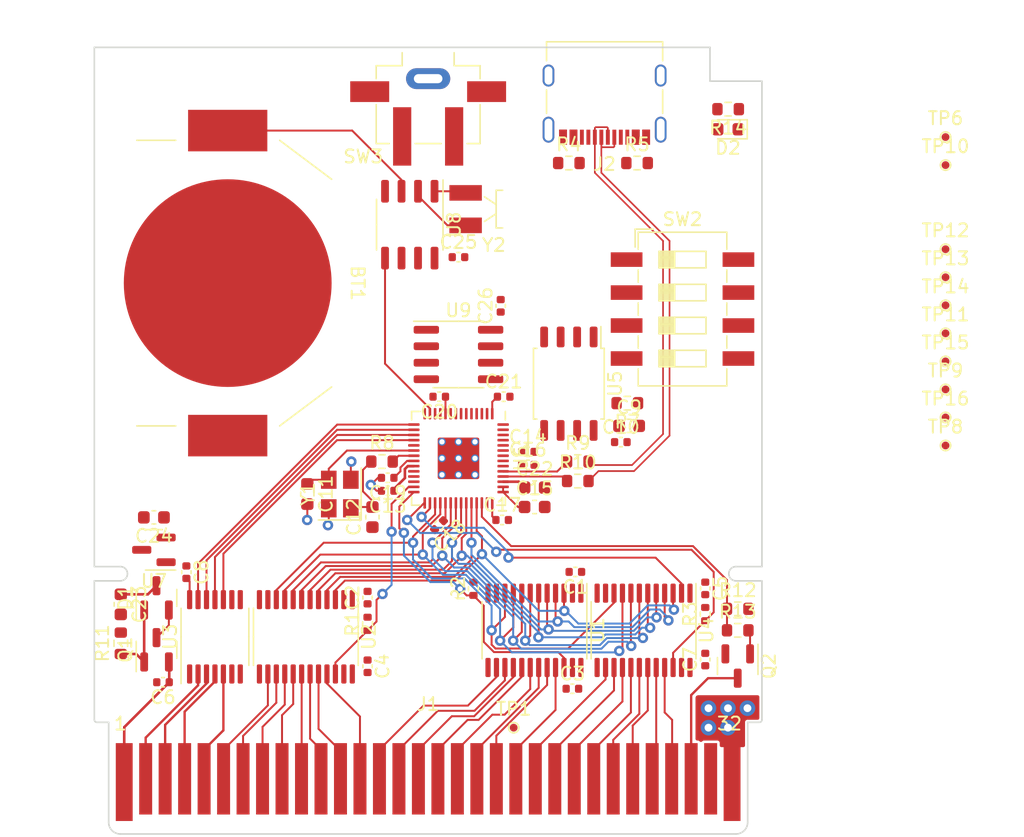
<source format=kicad_pcb>
(kicad_pcb (version 20210824) (generator pcbnew)
  (title_block (date "2021-09-29") (rev "0.3"))
  (layers (0 "F.Cu" signal) (31 "B.Cu" mixed) (34 "B.Paste" user) (35 "F.Paste" user) (36 "B.SilkS" user "B.Silkscreen") (37 "F.SilkS" user "F.Silkscreen") (38 "B.Mask" user) (39 "F.Mask" user) (44 "Edge.Cuts" user))
  (net 0 "")
  (net 1 "Net-(D1-Pad2)")
  (net 2 "GND")
  (net 3 "GB_5V")
  (net 4 "+5V")
  (net 5 "+1V1")
  (net 6 "VBUS")
  (net 7 "V_{BAT}")
  (net 8 "PHI")
  (net 9 "~{WR}")
  (net 10 "~{RD}")
  (net 11 "~{CS}")
  (net 12 "/A0")
  (net 13 "/A1")
  (net 14 "/A2")
  (net 15 "/A3")
  (net 16 "/A4")
  (net 17 "/A5")
  (net 18 "/A6")
  (net 19 "/A7")
  (net 20 "/A8")
  (net 21 "/A9")
  (net 22 "/A10")
  (net 23 "/A11")
  (net 24 "/A12")
  (net 25 "/A13")
  (net 26 "/A14")
  (net 27 "/A15")
  (net 28 "/D0")
  (net 29 "/D1")
  (net 30 "/D2")
  (net 31 "/D3")
  (net 32 "/D4")
  (net 33 "/D5")
  (net 34 "/D6")
  (net 35 "/D7")
  (net 36 "~{RES}")
  (net 38 "USB_DN")
  (net 39 "Net-(Q2-Pad1)")
  (net 40 "Net-(C11-Pad1)")
  (net 41 "USB_DP")
  (net 43 "Net-(J2-PadB5)")
  (net 44 "Net-(J2-PadA5)")
  (net 46 "/RP2040/USB_BOOT")
  (net 47 "Net-(C12-Pad2)")
  (net 48 "/RP2040/QSPI_SS")
  (net 49 "Net-(D2-Pad1)")
  (net 50 "ADDR1_OE")
  (net 51 "ADDR2_OE")
  (net 52 "/RP2040/SWCLK")
  (net 53 "/RP2040/SWDIO")
  (net 54 "STAT_LED")
  (net 55 "GB_RESET")
  (net 56 "~{CS}_3V3")
  (net 57 "~{RD}_3V3")
  (net 58 "~{WR}_3V3")
  (net 59 "PHI_3V3")
  (net 60 "DATA_OE")
  (net 61 "Net-(R8-Pad2)")
  (net 62 "Net-(R9-Pad1)")
  (net 63 "Net-(R10-Pad1)")
  (net 64 "3V3_M0")
  (net 65 "3V3_M1")
  (net 66 "3V3_M2")
  (net 67 "3V3_M3")
  (net 68 "3V3_M4")
  (net 69 "3V3_M5")
  (net 70 "3V3_M6")
  (net 71 "3V3_M7")
  (net 72 "SWITCH")
  (net 73 "SPI0_{CSn}")
  (net 74 "SPI0_{SCK}")
  (net 75 "SPI0_{MOSI}")
  (net 76 "SPI0_{MISO}")
  (net 77 "I2C_{SDA}")
  (net 78 "I2C_{SCLK}")
  (net 79 "/RP2040/QSPI_SD1")
  (net 80 "/RP2040/QSPI_SD3")
  (net 81 "/RP2040/QSPI_SD0")
  (net 82 "/RP2040/QSPI_SCLK")
  (net 83 "/RP2040/QSPI_SD2")
  (net 84 "DATA_DIR")
  (net 87 "Net-(U8-Pad1)")
  (net 88 "Net-(U8-Pad2)")
  (net 90 "+3V3")
  (net 91 "Net-(SW2-Pad1)")
  (net 92 "Net-(SW2-Pad2)")
  (net 93 "Net-(SW2-Pad3)")
  (footprint "Resistor_SMD:R_0402_1005Metric" (layer "F.Cu") (at 65.4 77.8 90)
    (fp_text reference "R2")
    (fp_text value "25k")
  )
  (footprint "TestPoint:TestPoint_Pad_D1.0mm" (layer "F.Cu") (at 101.75 43)
    (fp_text reference "TP6")
    (fp_text value "TestPoint")
  )
  (footprint "TestPoint:TestPoint_Pad_D1.0mm" (layer "F.Cu") (at 101.75 60.28)
    (fp_text reference "TP15")
    (fp_text value "TestPoint_Small")
  )
  (footprint "Gekkio_Connector_PCBEdge:GameBoy_Cartridge_1x32_P1.50mm_Full" (layer "F.Cu") (at 85.615 96.69)
    (fp_text reference "J1")
    (fp_text value "GameBoy_Cartridge")
    (fp_line (start -2 -60.6) (end -49.4 -60.6) (layer "Edge.Cuts") (width 0.12))
    (fp_line (start -49.4 -19.5) (end -47.4 -19.5) (layer "Edge.Cuts") (width 0.12))
    (fp_line (start -49.4 -8.8) (end -49.4 -19.5) (layer "Edge.Cuts") (width 0.12))
    (fp_line (start -49.4 -20.6) (end -49.4 -60.6) (layer "Edge.Cuts") (width 0.12))
    (fp_line (start 2 -19.5) (end 0 -19.5) (layer "Edge.Cuts") (width 0.12))
    (fp_line (start 0.9 -0.9) (end 0.9 -8.6) (layer "Edge.Cuts") (width 0.12))
    (fp_line (start 2 -20.6) (end 2 -58) (layer "Edge.Cuts") (width 0.12))
    (fp_line (start 0.9 -8.6) (end 1.8 -8.6) (layer "Edge.Cuts") (width 0.12))
    (fp_line (start 0 -20.6) (end 2 -20.6) (layer "Edge.Cuts") (width 0.12))
    (fp_line (start -2 -60.6) (end -2 -58) (layer "Edge.Cuts") (width 0.12))
    (fp_line (start 2 -8.8) (end 2 -19.5) (layer "Edge.Cuts") (width 0.12))
    (fp_line (start -48.3 -8.6) (end -49.2 -8.6) (layer "Edge.Cuts") (width 0.12))
    (fp_line (start 2 -58) (end -2 -58) (layer "Edge.Cuts") (width 0.12))
    (fp_line (start -47.4 -20.6) (end -49.4 -20.6) (layer "Edge.Cuts") (width 0.12))
    (fp_line (start -47.4 0) (end 0 0) (layer "Edge.Cuts") (width 0.12))
    (fp_line (start -48.3 -0.9) (end -48.3 -8.6) (layer "Edge.Cuts") (width 0.12))
    (fp_arc (start -49.200001 -8.8) (end -49.4 -8.8) (angle -90) (layer "Edge.Cuts") (width 0.12))
    (fp_arc (start -47.4 -20.05) (end -47.4 -20.6) (angle 180) (layer "Edge.Cuts") (width 0.12))
    (fp_arc (start 1.800001 -8.8) (end 2 -8.8) (angle 90) (layer "Edge.Cuts") (width 0.12))
    (fp_arc (start 0 -20.05) (end 0 -20.6) (angle -180) (layer "Edge.Cuts") (width 0.12))
    (fp_arc (start -47.4 -0.899998) (end -48.3 -0.9) (angle -90) (layer "Edge.Cuts") (width 0.12))
    (fp_arc (start 0.000002 -0.9) (end 0 0) (angle -90) (layer "Edge.Cuts") (width 0.12))
  )
  (footprint "Crystal:Crystal_SMD_3225-4Pin_3.2x2.5mm" (layer "F.Cu") (at 55.1125 70.5 90)
    (fp_text reference "Y1")
    (fp_text value "Crystal_GND24")
  )
  (footprint "Resistor_SMD:R_0402_1005Metric" (layer "F.Cu") (at 57.25 80.5 90)
    (fp_text reference "R1")
    (fp_text value "25k")
  )
  (footprint "Capacitor_SMD:C_0402_1005Metric" (layer "F.Cu") (at 58.8 69.25 180)
    (fp_text reference "C19")
    (fp_text value "100n")
  )
  (footprint "TestPoint:TestPoint_Pad_D1.0mm" (layer "F.Cu") (at 101.75 55.96)
    (fp_text reference "TP14")
    (fp_text value "TestPoint_Small")
  )
  (footprint "Resistor_SMD:R_0603_1608Metric" (layer "F.Cu") (at 38.25 82 90)
    (fp_text reference "R11")
    (fp_text value "100k")
  )
  (footprint "Package_SO:TSSOP-24_4.4x7.8mm_P0.65mm" (layer "F.Cu") (at 52.5 81.5 -90)
    (fp_text reference "U2")
    (fp_text value "SN74LVC8T245PW")
  )
  (footprint "Capacitor_SMD:C_0402_1005Metric" (layer "F.Cu") (at 41.5 85 180)
    (fp_text reference "C6")
    (fp_text value "100n")
  )
  (footprint "Capacitor_SMD:C_0402_1005Metric" (layer "F.Cu") (at 64.25 52.25)
    (fp_text reference "C25")
    (fp_text value "100n")
  )
  (footprint "Capacitor_SMD:C_0402_1005Metric" (layer "F.Cu") (at 57.25 78.48 90)
    (fp_text reference "C2")
    (fp_text value "100n")
  )
  (footprint "Package_SO:SO-8_3.9x4.9mm_P1.27mm" (layer "F.Cu") (at 60.5 49.75 -90)
    (fp_text reference "U8")
    (fp_text value "DS1307Z+")
  )
  (footprint "Capacitor_SMD:C_0402_1005Metric" (layer "F.Cu") (at 76.75 66.5)
    (fp_text reference "C10")
    (fp_text value "100n")
  )
  (footprint "Package_SO:SOIC-8_3.9x4.9mm_P1.27mm" (layer "F.Cu") (at 64.25 59.75)
    (fp_text reference "U9")
    (fp_text value "MB85RS256B")
  )
  (footprint "Capacitor_SMD:C_0603_1608Metric" (layer "F.Cu") (at 70.1125 71.5)
    (fp_text reference "C15")
    (fp_text value "1u")
  )
  (footprint "TestPoint:TestPoint_Pad_D1.0mm" (layer "F.Cu") (at 101.75 51.64)
    (fp_text reference "TP12")
    (fp_text value "GND")
  )
  (footprint "Resistor_SMD:R_0603_1608Metric" (layer "F.Cu") (at 78 45)
    (fp_text reference "R5")
    (fp_text value "5k1")
  )
  (footprint "Package_SO:TSSOP-24_4.4x7.8mm_P0.65mm" (layer "F.Cu") (at 70.1 81 -90)
    (fp_text reference "U1")
    (fp_text value "SN74LVC8T245PW")
  )
  (footprint "Capacitor_SMD:C_0603_1608Metric" (layer "F.Cu") (at 52.6125 70.5 -90)
    (fp_text reference "C11")
    (fp_text value "30p")
  )
  (footprint "Resistor_SMD:R_0603_1608Metric" (layer "F.Cu") (at 85.75 79.345)
    (fp_text reference "R12")
    (fp_text value "100k")
  )
  (footprint "Capacitor_SMD:C_0402_1005Metric" (layer "F.Cu") (at 58.8 70.25 180)
    (fp_text reference "C13")
    (fp_text value "100n")
  )
  (footprint "Capacitor_SMD:C_0402_1005Metric" (layer "F.Cu") (at 67.73 63)
    (fp_text reference "C21")
    (fp_text value "100n")
  )
  (footprint "Capacitor_SMD:C_0603_1608Metric" (layer "F.Cu") (at 38.25 79 -90)
    (fp_text reference "C23")
    (fp_text value "1u")
  )
  (footprint "Button_Switch_SMD:SW_DIP_SPSTx04_Slide_6.7x11.72mm_W8.61mm_P2.54mm_LowProfile" (layer "F.Cu") (at 81.5 56.25)
    (fp_text reference "SW2")
    (fp_text value "SW_DIP_x04")
  )
  (footprint "Capacitor_SMD:C_0603_1608Metric" (layer "F.Cu") (at 40.8 72.3 180)
    (fp_text reference "C24")
    (fp_text value "1u")
  )
  (footprint "Capacitor_SMD:C_0402_1005Metric" (layer "F.Cu") (at 83.25 77.77 -90)
    (fp_text reference "C5")
    (fp_text value "100n")
  )
  (footprint "Capacitor_SMD:C_0402_1005Metric" (layer "F.Cu") (at 43.3 76.52 -90)
    (fp_text reference "C8")
    (fp_text value "100n")
  )
  (footprint "Capacitor_SMD:C_0402_1005Metric" (layer "F.Cu") (at 62.75 72.9 -135)
    (fp_text reference "C18")
    (fp_text value "100n")
  )
  (footprint "TestPoint:TestPoint_Pad_D1.0mm" (layer "F.Cu") (at 101.75 62.44)
    (fp_text reference "TP9")
    (fp_text value "TestPoint")
  )
  (footprint "TestPoint:TestPoint_Pad_D1.0mm" (layer "F.Cu") (at 68.5 88.5)
    (fp_text reference "TP1")
    (fp_text value "TestPoint_Small")
  )
  (footprint "Package_TO_SOT_SMD:SOT-23" (layer "F.Cu") (at 85.75 83.75 -90)
    (fp_text reference "Q2")
    (fp_text value "N-Channel")
  )
  (footprint "TestPoint:TestPoint_Pad_D1.0mm" (layer "F.Cu") (at 101.75 45.16)
    (fp_text reference "TP10")
    (fp_text value "SWCLK")
  )
  (footprint "Resistor_SMD:R_0603_1608Metric" (layer "F.Cu") (at 77.25 63.5 180)
    (fp_text reference "R7")
    (fp_text value "1k")
  )
  (footprint "Project_Specific:Crystal_DS26_D2.0mm_L6.0mm_Horizontal_1EP_style1" (layer "F.Cu") (at 65.35 49.5 90)
    (fp_text reference "Y2")
    (fp_text value "32.768k-12.5pF")
  )
  (footprint "TestPoint:TestPoint_Pad_D1.0mm" (layer "F.Cu") (at 101.75 53.8)
    (fp_text reference "TP13")
    (fp_text value "TestPoint_Small")
  )
  (footprint "Project_Specific:MY-2032-11" (layer "F.Cu") (at 46.4825 54.25 -90)
    (fp_text reference "BT1")
    (fp_text value "Battery_Cell")
  )
  (footprint "Capacitor_SMD:C_0402_1005Metric" (layer "F.Cu") (at 73.25 76.5 180)
    (fp_text reference "C1")
    (fp_text value "100n")
  )
  (footprint "Capacitor_SMD:C_0402_1005Metric" (layer "F.Cu") (at 83.25 83.25 90)
    (fp_text reference "C7")
    (fp_text value "100n")
  )
  (footprint "Resistor_SMD:R_0603_1608Metric" (layer "F.Cu") (at 58.3625 68)
    (fp_text reference "R8")
    (fp_text value "1k")
  )
  (footprint "Capacitor_SMD:C_0402_1005Metric" (layer "F.Cu") (at 73.02 85.5)
    (fp_text reference "C3")
    (fp_text value "100n")
  )
  (footprint "Capacitor_SMD:C_0603_1608Metric" (layer "F.Cu") (at 77.3875 65.25)
    (fp_text reference "C9")
    (fp_text value "1u")
  )
  (footprint "Resistor_SMD:R_0603_1608Metric" (layer "F.Cu") (at 85.0125 40.85 180)
    (fp_text reference "R14")
    (fp_text value "330R")
  )
  (footprint "Resistor_SMD:R_0402_1005Metric" (layer "F.Cu") (at 83.25 79.75 90)
    (fp_text reference "R3")
    (fp_text value "25k")
  )
  (footprint "Package_TO_SOT_SMD:SOT-23" (layer "F.Cu") (at 41 82.5 90)
    (fp_text reference "Q1")
    (fp_text value "SI2301CDS-T1-GE3")
  )
  (footprint "RP_RP2040:RP2040-QFN-56" (layer "F.Cu") (at 64.25 67.75 -90)
    (fp_text reference "U6")
    (fp_text value "RP2040")
  )
  (footprint "Resistor_SMD:R_0603_1608Metric" (layer "F.Cu") (at 85.75 81)
    (fp_text reference "R13")
    (fp_text value "330R")
  )
  (footprint "Resistor_SMD:R_0603_1608Metric" (layer "F.Cu") (at 73.4375 68)
    (fp_text reference "R9")
    (fp_text value "27.4R")
  )
  (footprint "Resistor_SMD:R_0603_1608Metric" (layer "F.Cu") (at 72.75 45)
    (fp_text reference "R4")
    (fp_text value "5k1")
  )
  (footprint "Package_SO:TSSOP-24_4.4x7.8mm_P0.65mm" (layer "F.Cu") (at 78.5 81 -90)
    (fp_text reference "U4")
    (fp_text value "SN74LVC8T245PW")
  )
  (footprint "Project_Specific:TS-1037-A10B3-D2" (layer "F.Cu") (at 61.915 39.5)
    (fp_text reference "SW3")
    (fp_text value "SW_SPST")
  )
  (footprint "Package_SO:SOIC-8_5.23x5.23mm_P1.27mm" (layer "F.Cu") (at 72.75 62 -90)
    (fp_text reference "U5")
    (fp_text value "W25Q128JVSIQ")
  )
  (footprint "Package_TO_SOT_SMD:SOT-23" (layer "F.Cu") (at 40.8 74.8 180)
    (fp_text reference "U7")
    (fp_text value "XC6206P332MR")
  )
  (footprint "Capacitor_SMD:C_0603_1608Metric" (layer "F.Cu") (at 57.625 72.275 90)
    (fp_text reference "C12")
    (fp_text value "30p")
  )
  (footprint "Capacitor_SMD:C_0402_1005Metric" (layer "F.Cu") (at 69.5925 67.25)
    (fp_text reference "C14")
    (fp_text value "100n")
  )
  (footprint "TestPoint:TestPoint_Pad_D1.0mm" (layer "F.Cu") (at 101.75 64.6)
    (fp_text reference "TP16")
    (fp_text value "TestPoint_Small")
  )
  (footprint "TestPoint:TestPoint_Pad_D1.0mm" (layer "F.Cu") (at 101.75 66.76)
    (fp_text reference "TP8")
    (fp_text value "TestPoint")
  )
  (footprint "Connector_USB:USB_C_Receptacle_Palconn_UTC16-G" (layer "F.Cu") (at 75.5 40.5 180)
    (fp_text reference "J2")
    (fp_text value "USB_C_Receptacle_USB2.0")
  )
  (footprint "Package_TO_SOT_SMD:SOT-23" (layer "F.Cu") (at 41 78.5 90)
    (fp_text reference "D1")
    (fp_text value "D_Dual_CommonCathode_AAK_Split")
  )
  (footprint "Package_SO:TSSOP-14_4.4x5mm_P0.65mm" (layer "F.Cu") (at 45.5 81.5 90)
    (fp_text reference "U3")
    (fp_text value "TXU0104")
  )
  (footprint "Capacitor_SMD:C_0402_1005Metric" (layer "F.Cu") (at 67.5 56 90)
    (fp_text reference "C26")
    (fp_text value "100n")
  )
  (footprint "Capacitor_SMD:C_0603_1608Metric" (layer "F.Cu") (at 70.1125 70)
    (fp_text reference "C22")
    (fp_text value "1u")
  )
  (footprint "Capacitor_SMD:C_0402_1005Metric" (layer "F.Cu") (at 69.5925 68.25)
    (fp_text reference "C16")
    (fp_text value "100n")
  )
  (footprint "Resistor_SMD:R_0603_1608Metric" (layer "F.Cu") (at 73.4375 69.5)
    (fp_text reference "R10")
    (fp_text value "27.4R")
  )
  (footprint "Capacitor_SMD:C_0402_1005Metric" (layer "F.Cu") (at 67.6125 72.5)
    (fp_text reference "C17")
    (fp_text value "100n")
  )
  (footprint "TestPoint:TestPoint_Pad_D1.0mm" (layer "F.Cu") (at 101.75 58.12)
    (fp_text reference "TP11")
    (fp_text value "SWDIO")
  )
  (footprint "Capacitor_SMD:C_0402_1005Metric" (layer "F.Cu") (at 62.77 63 180)
    (fp_text reference "C20")
    (fp_text value "100n")
  )
  (footprint "Capacitor_SMD:C_0402_1005Metric" (layer "F.Cu") (at 57.25 83.77 -90)
    (fp_text reference "C4")
    (fp_text value "100n")
  )
  (footprint "LED_SMD:LED_0603_1608Metric" (layer "F.Cu") (at 85 42.4 180)
    (fp_text reference "D2")
    (fp_text value "LED")
  )
  (segment (start 41.95 80.6125) (end 41 81.5625) (width 0.15) (layer "F.Cu") (net 1))
  (segment (start 41.95 79.4375) (end 41.95 80.6125) (width 0.15) (layer "F.Cu") (net 1))
  (segment (start 54.2625 72.8375) (end 54.2 72.9) (width 0.15) (layer "F.Cu") (net 2))
  (segment (start 52.6125 71.275) (end 52.6125 72.4875) (width 0.15) (layer "F.Cu") (net 2))
  (segment (start 54.2625 71.6) (end 54.2625 72.8375) (width 0.15) (layer "F.Cu") (net 2))
  (segment (start 52.6125 72.4875) (end 52.6 72.5) (width 0.15) (layer "F.Cu") (net 2))
  (segment (start 57.95 70.25) (end 57.5 69.8) (width 0.15) (layer "F.Cu") (net 2))
  (segment (start 58.05 69.25) (end 57.5 69.8) (width 0.15) (layer "F.Cu") (net 2))
  (segment (start 55.9625 68.0375) (end 56 68) (width 0.15) (layer "F.Cu") (net 2))
  (segment (start 58.32 69.25) (end 58.05 69.25) (width 0.15) (layer "F.Cu") (net 2))
  (segment (start 55.9625 69.4) (end 55.9625 68.0375) (width 0.15) (layer "F.Cu") (net 2))
  (segment (start 58.32 70.25) (end 57.95 70.25) (width 0.15) (layer "F.Cu") (net 2))
  (via (at 83.5 88.5) (size 1.2) (drill 0.6) (layers "F.Cu" "B.Cu") (net 2))
  (via (at 52.6 72.5) (size 0.8) (drill 0.4) (layers "F.Cu" "B.Cu") (net 2))
  (via (at 54.2 72.9) (size 0.8) (drill 0.4) (layers "F.Cu" "B.Cu") (net 2))
  (via (at 56 68) (size 0.8) (drill 0.4) (layers "F.Cu" "B.Cu") (net 2))
  (via (at 86.5 87) (size 1.2) (drill 0.6) (layers "F.Cu" "B.Cu") (net 2))
  (via (at 85 87) (size 1.2) (drill 0.6) (layers "F.Cu" "B.Cu") (net 2))
  (via (at 83.5 87) (size 1.2) (drill 0.6) (layers "F.Cu" "B.Cu") (net 2))
  (via (at 57.5 69.8) (size 0.8) (drill 0.4) (layers "F.Cu" "B.Cu") (net 2))
  (via (at 85 88.5) (size 1.2) (drill 0.6) (layers "F.Cu" "B.Cu") (net 2))
  (segment (start 38.515 92.69) (end 38.515 88.465) (width 0.2) (layer "F.Cu") (net 3))
  (segment (start 41.98 83.4675) (end 41.95 83.4375) (width 0.2) (layer "F.Cu") (net 3))
  (segment (start 41.98 85) (end 41.98 83.4675) (width 0.2) (layer "F.Cu") (net 3))
  (segment (start 38.515 88.465) (end 41.98 85) (width 0.2) (layer "F.Cu") (net 3))
  (segment (start 41 77.5625) (end 40.3375 78.225) (width 0.2) (layer "F.Cu") (net 4))
  (segment (start 40.3375 78.225) (end 38.25 78.225) (width 0.2) (layer "F.Cu") (net 4))
  (segment (start 68.8875 69.55) (end 69.3375 70) (width 0.2) (layer "F.Cu") (net 5))
  (segment (start 60.12548 68.57455) (end 60.35003 68.35) (width 0.2) (layer "F.Cu") (net 5))
  (segment (start 67.6875 69.55) (end 68.8875 69.55) (width 0.2) (layer "F.Cu") (net 5))
  (segment (start 60.12548 69.269264) (end 60.12548 68.57455) (width 0.2) (layer "F.Cu") (net 5))
  (segment (start 59.28 70.25) (end 59.28 70.114744) (width 0.2) (layer "F.Cu") (net 5))
  (segment (start 60.35003 68.35) (end 60.8125 68.35) (width 0.2) (layer "F.Cu") (net 5))
  (segment (start 59.28 70.114744) (end 60.12548 69.269264) (width 0.2) (layer "F.Cu") (net 5))
  (segment (start 39.4375 82.825) (end 38.25 82.825) (width 0.2) (layer "F.Cu") (net 6))
  (segment (start 40.05 83.4375) (end 39.4375 82.825) (width 0.2) (layer "F.Cu") (net 6))
  (segment (start 40.05 79.4375) (end 40.05 83.4375) (width 0.2) (layer "F.Cu") (net 6))
  (segment (start 59.865 47.175) (end 59.865 46.300001) (width 0.15) (layer "F.Cu") (net 7))
  (segment (start 56.064999 42.5) (end 46.4825 42.5) (width 0.15) (layer "F.Cu") (net 7))
  (segment (start 59.865 46.300001) (end 56.064999 42.5) (width 0.15) (layer "F.Cu") (net 7))
  (segment (start 40.165 89.272015) (end 44.2 85.237015) (width 0.18) (layer "F.Cu") (net 8))
  (segment (start 44.2 85.237015) (end 44.2 84.3625) (width 0.18) (layer "F.Cu") (net 8))
  (segment (start 40.165 92.44) (end 40.165 89.272015) (width 0.18) (layer "F.Cu") (net 8))
  (segment (start 41.665 92.44) (end 41.665 88.284999) (width 0.18) (layer "F.Cu") (net 9))
  (segment (start 44.85 85.099999) (end 44.85 84.3625) (width 0.18) (layer "F.Cu") (net 9))
  (segment (start 41.665 88.284999) (end 44.85 85.099999) (width 0.18) (layer "F.Cu") (net 9))
  (segment (start 45.5 84.932924) (end 45.5 84.3625) (width 0.18) (layer "F.Cu") (net 10))
  (segment (start 43.165 87.267924) (end 45.5 84.932924) (width 0.18) (layer "F.Cu") (net 10))
  (segment (start 43.165 92.44) (end 43.165 87.267924) (width 0.18) (layer "F.Cu") (net 10))
  (segment (start 44.665 92.44) (end 44.665 90.19) (width 0.18) (layer "F.Cu") (net 11))
  (segment (start 46.15 88.705) (end 46.15 84.3625) (width 0.18) (layer "F.Cu") (net 11))
  (segment (start 44.665 90.19) (end 46.15 88.705) (width 0.18) (layer "F.Cu") (net 11))
  (segment (start 46.165 90.19) (end 49.575 86.78) (width 0.15) (layer "F.Cu") (net 12))
  (segment (start 49.575 86.78) (end 49.575 84.3625) (width 0.15) (layer "F.Cu") (net 12))
  (segment (start 46.165 92.44) (end 46.165 90.19) (width 0.15) (layer "F.Cu") (net 12))
  (segment (start 50.225 86.575) (end 50.225 84.3625) (width 0.15) (layer "F.Cu") (net 13))
  (segment (start 47.665 92.44) (end 47.665 89.135) (width 0.15) (layer "F.Cu") (net 13))
  (segment (start 47.665 89.135) (end 50.225 86.575) (width 0.15) (layer "F.Cu") (net 13))
  (segment (start 49.165 88.435) (end 50.875 86.725) (width 0.15) (layer "F.Cu") (net 14))
  (segment (start 49.165 92.44) (end 49.165 88.435) (width 0.15) (layer "F.Cu") (net 14))
  (segment (start 50.875 86.725) (end 50.875 84.3625) (width 0.15) (layer "F.Cu") (net 14))
  (segment (start 51.525 86.675) (end 50.665 87.535) (width 0.15) (layer "F.Cu") (net 15))
  (segment (start 51.525 84.3625) (end 51.525 86.675) (width 0.15) (layer "F.Cu") (net 15))
  (segment (start 50.665 92.44) (end 50.665 87.535) (width 0.15) (layer "F.Cu") (net 15))
  (segment (start 52.175 84.3625) (end 52.175 92.43) (width 0.15) (layer "F.Cu") (net 16))
  (segment (start 52.175 92.43) (end 52.165 92.44) (width 0.15) (layer "F.Cu") (net 16))
  (segment (start 52.825 84.3625) (end 52.825 89.35) (width 0.15) (layer "F.Cu") (net 17))
  (segment (start 53.665 90.19) (end 53.665 92.44) (width 0.15) (layer "F.Cu") (net 17))
  (segment (start 52.825 89.35) (end 53.665 90.19) (width 0.15) (layer "F.Cu") (net 17))
  (segment (start 53.475 84.3625) (end 53.475 88.590978) (width 0.15) (layer "F.Cu") (net 18))
  (segment (start 55.165 90.280978) (end 55.165 92.44) (width 0.15) (layer "F.Cu") (net 18))
  (segment (start 53.475 88.590978) (end 55.165 90.280978) (width 0.15) (layer "F.Cu") (net 18))
  (segment (start 54.125 84.3625) (end 54.125 85.099999) (width 0.15) (layer "F.Cu") (net 19))
  (segment (start 54.125 85.099999) (end 56.665 87.639999) (width 0.15) (layer "F.Cu") (net 19))
  (segment (start 56.665 87.639999) (end 56.665 92.44) (width 0.15) (layer "F.Cu") (net 19))
  (segment (start 58.165 90.19) (end 58.165 92.44) (width 0.15) (layer "F.Cu") (net 20))
  (segment (start 61.555 86.8) (end 58.165 90.19) (width 0.15) (layer "F.Cu") (net 20))
  (segment (start 67.175 84.599999) (end 64.974999 86.8) (width 0.15) (layer "F.Cu") (net 20))
  (segment (start 64.974999 86.8) (end 61.555 86.8) (width 0.15) (layer "F.Cu") (net 20))
  (segment (start 67.175 83.8625) (end 67.175 84.599999) (width 0.15) (layer "F.Cu") (net 20))
  (segment (start 67.825 84.854711) (end 67.825 83.8625) (width 0.15) (layer "F.Cu") (net 21))
  (segment (start 59.665 90.19) (end 62.655 87.2) (width 0.15) (layer "F.Cu") (net 21))
  (segment (start 62.655 87.2) (end 65.479711 87.2) (width 0.15) (layer "F.Cu") (net 21))
  (segment (start 65.479711 87.2) (end 67.825 84.854711) (width 0.15) (layer "F.Cu") (net 21))
  (segment (start 59.665 92.44) (end 59.665 90.19) (width 0.15) (layer "F.Cu") (net 21))
  (segment (start 68.475 84.599999) (end 65.45451 87.620489) (width 0.15) (layer "F.Cu") (net 22))
  (segment (start 65.45451 87.620489) (end 63.734511 87.620489) (width 0.15) (layer "F.Cu") (net 22))
  (segment (start 61.165 90.19) (end 61.165 92.44) (width 0.15) (layer "F.Cu") (net 22))
  (segment (start 68.475 83.8625) (end 68.475 84.599999) (width 0.15) (layer "F.Cu") (net 22))
  (segment (start 63.734511 87.620489) (end 61.165 90.19) (width 0.15) (layer "F.Cu") (net 22))
  (segment (start 65.8 87.9) (end 69.125 84.575) (width 0.15) (layer "F.Cu") (net 23))
  (segment (start 62.665 92.44) (end 62.665 90.19) (width 0.15) (layer "F.Cu") (net 23))
  (segment (start 69.125 84.575) (end 69.125 83.8625) (width 0.15) (layer "F.Cu") (net 23))
  (segment (start 62.665 90.19) (end 64.955 87.9) (width 0.15) (layer "F.Cu") (net 23))
  (segment (start 64.955 87.9) (end 65.8 87.9) (width 0.15) (layer "F.Cu") (net 23))
  (segment (start 69.775 85.525) (end 69.775 83.8625) (width 0.15) (layer "F.Cu") (net 24))
  (segment (start 64.165 90.19) (end 66.855 87.5) (width 0.15) (layer "F.Cu") (net 24))
  (segment (start 64.165 92.44) (end 64.165 90.19) (width 0.15) (layer "F.Cu") (net 24))
  (segment (start 66.855 87.5) (end 67.8 87.5) (width 0.15) (layer "F.Cu") (net 24))
  (segment (start 67.8 87.5) (end 69.775 85.525) (width 0.15) (layer "F.Cu") (net 24))
  (segment (start 70.425 85.43) (end 70.425 83.8625) (width 0.15) (layer "F.Cu") (net 25))
  (segment (start 65.665 92.44) (end 65.665 90.19) (width 0.15) (layer "F.Cu") (net 25))
  (segment (start 65.665 90.19) (end 70.425 85.43) (width 0.15) (layer "F.Cu") (net 25))
  (segment (start 71.075 85.211513) (end 71.075 83.8625) (width 0.15) (layer "F.Cu") (net 26))
  (segment (start 67.165 89.121513) (end 71.075 85.211513) (width 0.15) (layer "F.Cu") (net 26))
  (segment (start 67.165 92.44) (end 67.165 89.121513) (width 0.15) (layer "F.Cu") (net 26))
  (segment (start 71.725 87.13) (end 71.725 83.8625) (width 0.15) (layer "F.Cu") (net 27))
  (segment (start 68.665 90.19) (end 71.725 87.13) (width 0.15) (layer "F.Cu") (net 27))
  (segment (start 68.665 92.44) (end 68.665 90.19) (width 0.15) (layer "F.Cu") (net 27))
  (segment (start 70.165 90.19) (end 75.575 84.78) (width 0.15) (layer "F.Cu") (net 28))
  (segment (start 70.165 92.44) (end 70.165 90.19) (width 0.15) (layer "F.Cu") (net 28))
  (segment (start 75.575 84.78) (end 75.575 83.8625) (width 0.15) (layer "F.Cu") (net 28))
  (segment (start 71.665 92.44) (end 71.665 90.19) (width 0.15) (layer "F.Cu") (net 29))
  (segment (start 76.225 85.63) (end 76.225 83.8625) (width 0.15) (layer "F.Cu") (net 29))
  (segment (start 71.665 90.19) (end 76.225 85.63) (width 0.15) (layer "F.Cu") (net 29))
  (segment (start 73.165 92.44) (end 73.165 90.19) (width 0.15) (layer "F.Cu") (net 30))
  (segment (start 73.165 90.19) (end 76.875 86.48) (width 0.15) (layer "F.Cu") (net 30))
  (segment (start 76.875 86.48) (end 76.875 83.8625) (width 0.15) (layer "F.Cu") (net 30))
  (segment (start 74.665 90.19) (end 77.525 87.33) (width 0.15) (layer "F.Cu") (net 31))
  (segment (start 74.665 92.44) (end 74.665 90.19) (width 0.15) (layer "F.Cu") (net 31))
  (segment (start 77.525 87.33) (end 77.525 83.8625) (width 0.15) (layer "F.Cu") (net 31))
  (segment (start 78.175 87.429712) (end 78.175 83.8625) (width 0.15) (layer "F.Cu") (net 32))
  (segment (start 76.165 89.439712) (end 78.175 87.429712) (width 0.15) (layer "F.Cu") (net 32))
  (segment (start 76.165 92.44) (end 76.165 89.439712) (width 0.15) (layer "F.Cu") (net 32))
  (segment (start 77.665 88.335) (end 78.825 87.175) (width 0.15) (layer "F.Cu") (net 33))
  (segment (start 78.825 87.175) (end 78.825 83.8625) (width 0.15) (layer "F.Cu") (net 33))
  (segment (start 77.665 92.44) (end 77.665 88.335) (width 0.15) (layer "F.Cu") (net 33))
  (segment (start 79.475 92.13) (end 79.475 83.8625) (width 0.15) (layer "F.Cu") (net 34))
  (segment (start 79.165 92.44) (end 79.475 92.13) (width 0.15) (layer "F.Cu") (net 34))
  (segment (start 80.7 87.9) (end 80.125 87.325) (width 0.15) (layer "F.Cu") (net 35))
  (segment (start 80.7 92.405) (end 80.7 87.9) (width 0.15) (layer "F.Cu") (net 35))
  (segment (start 80.125 83.8625) (end 80.125 87.325) (width 0.15) (layer "F.Cu") (net 35))
  (segment (start 80.665 92.44) (end 80.7 92.405) (width 0.15) (layer "F.Cu") (net 35))
  (segment (start 82.165 92.44) (end 82.165 85.990215) (width 0.18) (layer "F.Cu") (net 36))
  (segment (start 82.165 85.990215) (end 83.467715 84.6875) (width 0.18) (layer "F.Cu") (net 36))
  (segment (start 83.467715 84.6875) (end 85.75 84.6875) (width 0.18) (layer "F.Cu") (net 36))
  (segment (start 75.316011 43.783011) (end 76.183989 43.783011) (width 0.127) (layer "F.Cu") (net 38))
  (segment (start 76.25 43.717) (end 76.25 43.01) (width 0.127) (layer "F.Cu") (net 38))
  (segment (start 80.5 51) (end 75.25 45.75) (width 0.127) (layer "F.Cu") (net 38))
  (segment (start 76.183989 43.783011) (end 76.25 43.717) (width 0.127) (layer "F.Cu") (net 38))
  (segment (start 77.76801 68.73199) (end 80.5 66) (width 0.127) (layer "F.Cu") (net 38))
  (segment (start 75.25 43.01) (end 75.25 43.717) (width 0.127) (layer "F.Cu") (net 38))
  (segment (start 74.2625 69.5) (end 75.03051 68.73199) (width 0.127) (layer "F.Cu") (net 38))
  (segment (start 75.25 43.717) (end 75.316011 43.783011) (width 0.127) (layer "F.Cu") (net 38))
  (segment (start 75.25 45.75) (end 75.25 43.01) (width 0.127) (layer "F.Cu") (net 38))
  (segment (start 80.5 66) (end 80.5 51) (width 0.127) (layer "F.Cu") (net 38))
  (segment (start 75.03051 68.73199) (end 77.76801 68.73199) (width 0.127) (layer "F.Cu") (net 38))
  (segment (start 86.7 81.125) (end 86.575 81) (width 0.15) (layer "F.Cu") (net 39))
  (segment (start 86.7 82.8125) (end 86.7 81.125) (width 0.15) (layer "F.Cu") (net 39))
  (segment (start 54.2625 68.55) (end 55.6625 67.15) (width 0.15) (layer "F.Cu") (net 40))
  (segment (start 54.2625 69.4) (end 52.9375 69.4) (width 0.15) (layer "F.Cu") (net 40))
  (segment (start 52.9375 69.4) (end 52.6125 69.725) (width 0.15) (layer "F.Cu") (net 40))
  (segment (start 55.6625 67.15) (end 60.8125 67.15) (width 0.15) (layer "F.Cu") (net 40))
  (segment (start 54.2625 69.4) (end 54.2625 68.55) (width 0.15) (layer "F.Cu") (net 40))
  (segment (start 74.75 45.75) (end 80 51) (width 0.127) (layer "F.Cu") (net 41))
  (segment (start 75.75 42.303) (end 75.683989 42.236989) (width 0.127) (layer "F.Cu") (net 41))
  (segment (start 74.75 43.01) (end 74.75 45.75) (width 0.127) (layer "F.Cu") (net 41))
  (segment (start 75.683989 42.236989) (end 74.816011 42.236989) (width 0.127) (layer "F.Cu") (net 41))
  (segment (start 74.75 42.303) (end 74.75 43.01) (width 0.127) (layer "F.Cu") (net 41))
  (segment (start 74.53051 68.26801) (end 74.2625 68) (width 0.127) (layer "F.Cu") (net 41))
  (segment (start 77.611014 68.26801) (end 74.53051 68.26801) (width 0.127) (layer "F.Cu") (net 41))
  (segment (start 80 65.879024) (end 77.611014 68.26801) (width 0.127) (layer "F.Cu") (net 41))
  (segment (start 74.816011 42.236989) (end 74.75 42.303) (width 0.127) (layer "F.Cu") (net 41))
  (segment (start 80 51) (end 80 65.879024) (width 0.127) (layer "F.Cu") (net 41))
  (segment (start 75.75 43.01) (end 75.75 42.303) (width 0.127) (layer "F.Cu") (net 41))
  (segment (start 56.0625 71.5) (end 55.9625 71.6) (width 0.15) (layer "F.Cu") (net 47))
  (segment (start 56.895499 68.642001) (end 57.5375 68) (width 0.15) (layer "F.Cu") (net 47))
  (segment (start 57.625 71.5) (end 56.0625 71.5) (width 0.15) (layer "F.Cu") (net 47))
  (segment (start 57.625 71.5) (end 57.625 71.025) (width 0.15) (layer "F.Cu") (net 47))
  (segment (start 56.895499 70.295499) (end 56.895499 68.642001) (width 0.15) (layer "F.Cu") (net 47))
  (segment (start 57.625 71.025) (end 56.895499 70.295499) (width 0.15) (layer "F.Cu") (net 47))
  (segment (start 54.775 83.485) (end 54.775 84.3625) (width 0.15) (layer "F.Cu") (net 50))
  (segment (start 57.25 81.01) (end 54.775 83.485) (width 0.15) (layer "F.Cu") (net 50))
  (segment (start 60.8125 69.95) (end 60.413668 69.95) (width 0.15) (layer "F.Cu") (net 50))
  (segment (start 57.940479 78.659521) (end 57.940479 80.319521) (width 0.15) (layer "F.Cu") (net 50))
  (segment (start 59.1 71.263668) (end 59.1 73.4) (width 0.15) (layer "F.Cu") (net 50))
  (segment (start 60.413668 69.95) (end 59.1 71.263668) (width 0.15) (layer "F.Cu") (net 50))
  (segment (start 58.4 78.2) (end 57.940479 78.659521) (width 0.15) (layer "F.Cu") (net 50))
  (segment (start 57.940479 80.319521) (end 57.25 81.01) (width 0.15) (layer "F.Cu") (net 50))
  (via (at 59.1 73.4) (size 0.8) (drill 0.4) (layers "F.Cu" "B.Cu") (net 50))
  (via (at 58.4 78.2) (size 0.8) (drill 0.4) (layers "F.Cu" "B.Cu") (net 50))
  (segment (start 59.1 77.5) (end 58.4 78.2) (width 0.15) (layer "B.Cu") (net 50))
  (segment (start 59.1 73.4) (end 59.1 77.5) (width 0.15) (layer "B.Cu") (net 50))
  (segment (start 66.195499 79.105499) (end 65.4 78.31) (width 0.15) (layer "F.Cu") (net 51))
  (segment (start 71.92951 82.679511) (end 66.984223 82.679511) (width 0.15) (layer "F.Cu") (net 51))
  (segment (start 66.984223 82.679511) (end 66.195499 81.890787) (width 0.15) (layer "F.Cu") (net 51))
  (segment (start 60.8125 70.35) (end 59.695499 71.467001) (width 0.15) (layer "F.Cu") (net 51))
  (segment (start 72.375 83.125001) (end 71.92951 82.679511) (width 0.15) (layer "F.Cu") (net 51))
  (segment (start 59.695499 71.467001) (end 59.695499 73.136371) (width 0.15) (layer "F.Cu") (net 51))
  (segment (start 64.876638 78.31) (end 64.378646 77.812008) (width 0.15) (layer "F.Cu") (net 51))
  (segment (start 65.4 78.31) (end 64.876638 78.31) (width 0.15) (layer "F.Cu") (net 51))
  (segment (start 59.695499 73.136371) (end 60.047985 73.488857) (width 0.15) (layer "F.Cu") (net 51))
  (segment (start 72.375 83.8625) (end 72.375 83.125001) (width 0.15) (layer "F.Cu") (net 51))
  (segment (start 66.195499 81.890787) (end 66.195499 79.105499) (width 0.15) (layer "F.Cu") (net 51))
  (via (at 60.047985 73.488857) (size 0.8) (drill 0.4) (layers "F.Cu" "B.Cu") (net 51))
  (via (at 64.378646 77.812008) (size 0.8) (drill 0.4) (layers "F.Cu" "B.Cu") (net 51))
  (segment (start 60.047985 75.243273) (end 60.047985 73.488857) (width 0.15) (layer "B.Cu") (net 51))
  (segment (start 63.846149 77.279511) (end 62.084223 77.279511) (width 0.15) (layer "B.Cu") (net 51))
  (segment (start 62.084223 77.279511) (end 60.047985 75.243273) (width 0.15) (layer "B.Cu") (net 51))
  (segment (start 64.378646 77.812008) (end 63.846149 77.279511) (width 0.15) (layer "B.Cu") (net 51))
  (segment (start 68.306776 74.511488) (end 82.306776 74.511488) (width 0.15) (layer "F.Cu") (net 55))
  (segment (start 66.05 71.1875) (end 66.05 72.254712) (width 0.15) (layer "F.Cu") (net 55))
  (segment (start 84.925 81) (end 84.925 79.345) (width 0.15) (layer "F.Cu") (net 55))
  (segment (start 66.05 72.254712) (end 68.306776 74.511488) (width 0.15) (layer "F.Cu") (net 55))
  (segment (start 82.306776 74.511488) (end 84.925 77.129712) (width 0.15) (layer "F.Cu") (net 55))
  (segment (start 84.925 77.129712) (end 84.925 79.345) (width 0.15) (layer "F.Cu") (net 55))
  (segment (start 46.15 78.6375) (end 46.15 75.098834) (width 0.15) (layer "F.Cu") (net 56))
  (segment (start 46.15 75.098834) (end 54.898834 66.35) (width 0.15) (layer "F.Cu") (net 56))
  (segment (start 54.898834 66.35) (end 60.8125 66.35) (width 0.15) (layer "F.Cu") (net 56))
  (segment (start 60.8125 65.95) (end 54.903546 65.95) (width 0.15) (layer "F.Cu") (net 57))
  (segment (start 45.5 75.353546) (end 45.5 78.6375) (width 0.15) (layer "F.Cu") (net 57))
  (segment (start 54.903546 65.95) (end 45.5 75.353546) (width 0.15) (layer "F.Cu") (net 57))
  (segment (start 44.85 78.6375) (end 44.85 75.608258) (width 0.15) (layer "F.Cu") (net 58))
  (segment (start 44.85 75.608258) (end 54.908258 65.55) (width 0.15) (layer "F.Cu") (net 58))
  (segment (start 54.908258 65.55) (end 60.8125 65.55) (width 0.15) (layer "F.Cu") (net 58))
  (segment (start 44.2 78.6375) (end 44.2 75.86297) (width 0.15) (layer "F.Cu") (net 59))
  (segment (start 44.2 75.86297) (end 54.91297 65.15) (width 0.15) (layer "F.Cu") (net 59))
  (segment (start 54.91297 65.15) (end 60.8125 65.15) (width 0.15) (layer "F.Cu") (net 59))
  (segment (start 80.775 82.735) (end 80.775 83.8625) (width 0.15) (layer "F.Cu") (net 60))
  (segment (start 67.313763 74.790999) (end 67.159256 74.945506) (width 0.15) (layer "F.Cu") (net 60))
  (segment (start 61.65 71.1875) (end 61.6125 71.1875) (width 0.15) (layer "F.Cu") (net 60))
  (segment (start 83.9 79.61) (end 83.9 76.5) (width 0.15) (layer "F.Cu") (net 60))
  (segment (start 61.6125 71.1875) (end 60.3 72.5) (width 0.15) (layer "F.Cu") (net 60))
  (segment (start 83.9 76.5) (end 82.190999 74.790999) (width 0.15) (layer "F.Cu") (net 60))
  (segment (start 82.190999 74.790999) (end 67.313763 74.790999) (width 0.15) (layer "F.Cu") (net 60))
  (segment (start 83.25 80.26) (end 83.9 79.61) (width 0.15) (layer "F.Cu") (net 60))
  (segment (start 83.25 80.26) (end 80.775 82.735) (width 0.15) (layer "F.Cu") (net 60))
  (via (at 67.159256 74.945506) (size 0.8) (drill 0.4) (layers "F.Cu" "B.Cu") (net 60))
  (via (at 60.3 72.5) (size 0.8) (drill 0.4) (layers "F.Cu" "B.Cu") (net 60))
  (segment (start 60.3 72.5) (end 61.3 73.5) (width 0.15) (layer "B.Cu") (net 60))
  (segment (start 67.145506 74.945506) (end 67.159256 74.945506) (width 0.15) (layer "B.Cu") (net 60))
  (segment (start 65.7 73.5) (end 67.145506 74.945506) (width 0.15) (layer "B.Cu") (net 60))
  (segment (start 61.3 73.5) (end 65.7 73.5) (width 0.15) (layer "B.Cu") (net 60))
  (segment (start 59.6375 67.55) (end 60.8125 67.55) (width 0.15) (layer "F.Cu") (net 61))
  (segment (start 59.1875 68) (end 59.6375 67.55) (width 0.15) (layer "F.Cu") (net 61))
  (segment (start 71.84798 68.76452) (end 72.6125 68) (width 0.15) (layer "F.Cu") (net 62))
  (segment (start 67.6875 68.75) (end 67.70202 68.76452) (width 0.15) (layer "F.Cu") (net 62))
  (segment (start 67.70202 68.76452) (end 71.84798 68.76452) (width 0.15) (layer "F.Cu") (net 62))
  (segment (start 72.6125 69.5) (end 72.2625 69.15) (width 0.15) (layer "F.Cu") (net 63))
  (segment (start 72.2625 69.15) (end 67.6875 69.15) (width 0.15) (layer "F.Cu") (net 63))
  (segment (start 60.75 73.773092) (end 60.75 74.25) (width 0.15) (layer "F.Cu") (net 64))
  (segment (start 72.699999 82.4) (end 67.1 82.4) (width 0.15) (layer "F.Cu") (net 64))
  (segment (start 67.825 79.975) (end 66.8 81) (width 0.15) (layer "F.Cu") (net 64))
  (segment (start 50.225 78.6375) (end 50.225 77.900001) (width 0.15) (layer "F.Cu") (net 64))
  (segment (start 66.8 82.1) (end 66.8 81) (width 0.15) (layer "F.Cu") (net 64))
  (segment (start 76.225 78.874999) (end 72.699999 82.4) (width 0.15) (layer "F.Cu") (net 64))
  (segment (start 62.45 72.073092) (end 60.75 73.773092) (width 0.15) (layer "F.Cu") (net 64))
  (segment (start 67.1 82.4) (end 66.8 82.1) (width 0.15) (layer "F.Cu") (net 64))
  (segment (start 62.45 71.1875) (end 62.45 72.073092) (width 0.15) (layer "F.Cu") (net 64))
  (segment (start 53.875001 74.25) (end 60.75 74.25) (width 0.15) (layer "F.Cu") (net 64))
  (segment (start 76.225 78.1375) (end 76.225 78.874999) (width 0.15) (layer "F.Cu") (net 64))
  (segment (start 50.225 77.900001) (end 53.875001 74.25) (width 0.15) (layer "F.Cu") (net 64))
  (segment (start 67.825 78.1375) (end 67.825 79.975) (width 0.15) (layer "F.Cu") (net 64))
  (via (at 60.75 74.25) (size 0.8) (drill 0.4) (layers "F.Cu" "B.Cu") (net 64))
  (via (at 66.8 81) (size 0.8) (drill 0.4) (layers "F.Cu" "B.Cu") (net 64))
  (segment (start 64.7 77) (end 62.2 77) (width 0.15) (layer "B.Cu") (net 64))
  (segment (start 60.75 75.55) (end 60.75 74.25) (width 0.15) (layer "B.Cu") (net 64))
  (segment (start 62.2 77) (end 60.75 75.55) (width 0.15) (layer "B.Cu") (net 64))
  (segment (start 66.8 81) (end 66.8 79.1) (width 0.15) (layer "B.Cu") (net 64))
  (segment (start 66.8 79.1) (end 64.7 77) (width 0.15) (layer "B.Cu") (net 64))
  (segment (start 62.85 71.1875) (end 62.85 72.06838) (width 0.15) (layer "F.Cu") (net 65))
  (segment (start 76.875 78.1375) (end 76.875 82.34007) (width 0.15) (layer "F.Cu") (net 65))
  (segment (start 50.875 77.900001) (end 53.611577 75.163424) (width 0.15) (layer "F.Cu") (net 65))
  (segment (start 68.475 80.774528) (end 67.454028 81.7955) (width 0.15) (layer "F.Cu") (net 65))
  (segment (start 61.5 73.41838) (end 61.5 75.163424) (width 0.15) (layer "F.Cu") (net 65))
  (segment (start 50.875 78.6375) (end 50.875 77.900001) (width 0.15) (layer "F.Cu") (net 65))
  (segment (start 68.475 78.1375) (end 68.475 80.774528) (width 0.15) (layer "F.Cu") (net 65))
  (segment (start 53.611577 75.163424) (end 61.5 75.163424) (width 0.15) (layer "F.Cu") (net 65))
  (segment (start 76.875 82.34007) (end 76.627756 82.587314) (width 0.15) (layer "F.Cu") (net 65))
  (segment (start 62.85 72.06838) (end 61.5 73.41838) (width 0.15) (layer "F.Cu") (net 65))
  (via (at 76.627756 82.587314) (size 0.8) (drill 0.4) (layers "F.Cu" "B.Cu") (net 65))
  (via (at 67.454028 81.7955) (size 0.8) (drill 0.4) (layers "F.Cu" "B.Cu") (net 65))
  (via (at 61.5 75.163424) (size 0.8) (drill 0.4) (layers "F.Cu" "B.Cu") (net 65))
  (segment (start 63.057065 76.720489) (end 64.815777 76.720489) (width 0.15) (layer "B.Cu") (net 65))
  (segment (start 68.358528 82.7) (end 67.454028 81.7955) (width 0.15) (layer "B.Cu") (net 65))
  (segment (start 61.5 75.163424) (end 63.057065 76.720489) (width 0.15) (layer "B.Cu") (net 65))
  (segment (start 67.454028 79.35874) (end 67.454028 81.7955) (width 0.15) (layer "B.Cu") (net 65))
  (segment (start 76.627756 82.587314) (end 76.51507 82.7) (width 0.15) (layer "B.Cu") (net 65))
  (segment (start 76.51507 82.7) (end 68.358528 82.7) (width 0.15) (layer "B.Cu") (net 65))
  (segment (start 64.815777 76.720489) (end 67.454028 79.35874) (width 0.15) (layer "B.Cu") (net 65))
  (segment (start 63.655878 72.844122) (end 63.655878 71.193378) (width 0.15) (layer "F.Cu") (net 66))
  (segment (start 51.525 78.6375) (end 51.525 77.900001) (width 0.15) (layer "F.Cu") (net 66))
  (segment (start 77.525 82.177379) (end 77.549676 82.202055) (width 0.15) (layer "F.Cu") (net 66))
  (segment (start 51.525 77.900001) (end 53.657077 75.767924) (width 0.15) (layer "F.Cu") (net 66))
  (segment (start 69.125 81.131525) (end 68.461025 81.7955) (width 0.15) (layer "F.Cu") (net 66))
  (segment (start 77.525 78.1375) (end 77.525 82.177379) (width 0.15) (layer "F.Cu") (net 66))
  (segment (start 63.655878 71.193378) (end 63.65 71.1875) (width 0.15) (layer "F.Cu") (net 66))
  (segment (start 62.25 75.55) (end 62.25 74.25) (width 0.15) (layer "F.Cu") (net 66))
  (segment (start 69.125 78.1375) (end 69.125 81.131525) (width 0.15) (layer "F.Cu") (net 66))
  (segment (start 62.032076 75.767924) (end 62.25 75.55) (width 0.15) (layer "F.Cu") (net 66))
  (segment (start 53.657077 75.767924) (end 62.032076 75.767924) (width 0.15) (layer "F.Cu") (net 66))
  (segment (start 62.25 74.25) (end 63.655878 72.844122) (width 0.15) (layer "F.Cu") (net 66))
  (via (at 77.549676 82.202055) (size 0.8) (drill 0.4) (layers "F.Cu" "B.Cu") (net 66))
  (via (at 62.25 74.25) (size 0.8) (drill 0.4) (layers "F.Cu" "B.Cu") (net 66))
  (via (at 68.461025 81.7955) (size 0.8) (drill 0.4) (layers "F.Cu" "B.Cu") (net 66))
  (segment (start 62.25 75.459424) (end 63.231554 76.440978) (width 0.15) (layer "B.Cu") (net 66))
  (segment (start 64.931554 76.440978) (end 68.461025 79.970449) (width 0.15) (layer "B.Cu") (net 66))
  (segment (start 62.25 74.25) (end 62.25 75.459424) (width 0.15) (layer "B.Cu") (net 66))
  (segment (start 69.086014 82.420489) (end 68.461025 81.7955) (width 0.15) (layer "B.Cu") (net 66))
  (segment (start 75.251239 82.420489) (end 69.086014 82.420489) (width 0.15) (layer "B.Cu") (net 66))
  (segment (start 77.549676 82.202055) (end 77.224687 81.877066) (width 0.15) (layer "B.Cu") (net 66))
  (segment (start 63.231554 76.440978) (end 64.931554 76.440978) (width 0.15) (layer "B.Cu") (net 66))
  (segment (start 75.794662 81.877066) (end 75.251239 82.420489) (width 0.15) (layer "B.Cu") (net 66))
  (segment (start 68.461025 79.970449) (end 68.461025 81.7955) (width 0.15) (layer "B.Cu") (net 66))
  (segment (start 77.224687 81.877066) (end 75.794662 81.877066) (width 0.15) (layer "B.Cu") (net 66))
  (segment (start 63 75.25) (end 63 73.9) (width 0.15) (layer "F.Cu") (net 67))
  (segment (start 52.175 77.900001) (end 54.027566 76.047435) (width 0.15) (layer "F.Cu") (net 67))
  (segment (start 78.175 78.1375) (end 78.175 81.310939) (width 0.15) (layer "F.Cu") (net 67))
  (segment (start 64.05 72.85) (end 63 73.9) (width 0.15) (layer "F.Cu") (net 67))
  (segment (start 54.027566 76.047435) (end 62.202565 76.047435) (width 0.15) (layer "F.Cu") (net 67))
  (segment (start 69.775 81.411028) (end 69.390528 81.7955) (width 0.15) (layer "F.Cu") (net 67))
  (segment (start 69.775 78.1375) (end 69.775 81.411028) (width 0.15) (layer "F.Cu") (net 67))
  (segment (start 62.202565 76.047435) (end 63 75.25) (width 0.15) (layer "F.Cu") (net 67))
  (segment (start 64.05 71.1875) (end 64.05 72.85) (width 0.15) (layer "F.Cu") (net 67))
  (segment (start 52.175 78.6375) (end 52.175 77.900001) (width 0.15) (layer "F.Cu") (net 67))
  (segment (start 78.175 81.310939) (end 78.450053 81.585992) (width 0.15) (layer "F.Cu") (net 67))
  (via (at 78.450053 81.585992) (size 0.8) (drill 0.4) (layers "F.Cu" "B.Cu") (net 67))
  (via (at 63 75.25) (size 0.8) (drill 0.4) (layers "F.Cu" "B.Cu") (net 67))
  (via (at 69.390528 81.7955) (size 0.8) (drill 0.4) (layers "F.Cu" "B.Cu") (net 67))
  (segment (start 69.390528 80.504664) (end 69.390528 81.7955) (width 0.15) (layer "B.Cu") (net 67))
  (segment (start 69.736006 82.140978) (end 69.390528 81.7955) (width 0.15) (layer "B.Cu") (net 67))
  (segment (start 75.135462 82.140978) (end 69.736006 82.140978) (width 0.15) (layer "B.Cu") (net 67))
  (segment (start 65.047331 76.161467) (end 69.390528 80.504664) (width 0.15) (layer "B.Cu") (net 67))
  (segment (start 63 75.25) (end 63.911467 76.161467) (width 0.15) (layer "B.Cu") (net 67))
  (segment (start 63.911467 76.161467) (end 65.047331 76.161467) (width 0.15) (layer "B.Cu") (net 67))
  (segment (start 78.43849 81.597555) (end 75.678885 81.597555) (width 0.15) (layer "B.Cu") (net 67))
  (segment (start 78.450053 81.585992) (end 78.43849 81.597555) (width 0.15) (layer "B.Cu") (net 67))
  (segment (start 75.678885 81.597555) (end 75.135462 82.140978) (width 0.15) (layer "B.Cu") (net 67))
  (segment (start 63.75 74.25) (end 64.45 73.55) (width 0.15) (layer "F.Cu") (net 68))
  (segment (start 52.825 78.6375) (end 52.825 77.900001) (width 0.15) (layer "F.Cu") (net 68))
  (segment (start 78.825 80.625) (end 79 80.8) (width 0.15) (layer "F.Cu") (net 68))
  (segment (start 70.425 81.516799) (end 70.405321 81.536478) (width 0.15) (layer "F.Cu") (net 68))
  (segment (start 63.073054 76.326946) (end 63.75 75.65) (width 0.15) (layer "F.Cu") (net 68))
  (segment (start 78.825 78.1375) (end 78.825 80.625) (width 0.15) (layer "F.Cu") (net 68))
  (segment (start 64.45 73.55) (end 64.45 71.1875) (width 0.15) (layer "F.Cu") (net 68))
  (segment (start 63.75 75.65) (end 63.75 74.25) (width 0.15) (layer "F.Cu") (net 68))
  (segment (start 52.825 77.900001) (end 54.398055 76.326946) (width 0.15) (layer "F.Cu") (net 68))
  (segment (start 54.398055 76.326946) (end 63.073054 76.326946) (width 0.15) (layer "F.Cu") (net 68))
  (segment (start 70.425 78.1375) (end 70.425 81.516799) (width 0.15) (layer "F.Cu") (net 68))
  (via (at 79 80.8) (size 0.8) (drill 0.4) (layers "F.Cu" "B.Cu") (net 68))
  (via (at 70.405321 81.536478) (size 0.8) (drill 0.4) (layers "F.Cu" "B.Cu") (net 68))
  (via (at 63.75 74.25) (size 0.8) (drill 0.4) (layers "F.Cu" "B.Cu") (net 68))
  (segment (start 79 80.8) (end 78.381152 80.8) (width 0.15) (layer "B.Cu") (net 68))
  (segment (start 64.263108 75.881956) (end 65.163108 75.881956) (width 0.15) (layer "B.Cu") (net 68))
  (segment (start 77.863108 81.318044) (end 75.563108 81.318044) (width 0.15) (layer "B.Cu") (net 68))
  (segment (start 75.563108 81.318044) (end 75.344674 81.536478) (width 0.15) (layer "B.Cu") (net 68))
  (segment (start 63.75 74.25) (end 63.75 75.368848) (width 0.15) (layer "B.Cu") (net 68))
  (segment (start 70.405321 81.536478) (end 70.405321 81.124169) (width 0.15) (layer "B.Cu") (net 68))
  (segment (start 63.75 75.368848) (end 64.263108 75.881956) (width 0.15) (layer "B.Cu") (net 68))
  (segment (start 75.344674 81.536478) (end 70.405321 81.536478) (width 0.15) (layer "B.Cu") (net 68))
  (segment (start 70.405321 81.124169) (end 65.163108 75.881956) (width 0.15) (layer "B.Cu") (net 68))
  (segment (start 78.381152 80.8) (end 77.863108 81.318044) (width 0.15) (layer "B.Cu") (net 68))
  (segment (start 64.5 75.3) (end 64.5 75.25) (width 0.15) (layer "F.Cu") (net 69))
  (segment (start 63.193543 76.606457) (end 64.5 75.3) (width 0.15) (layer "F.Cu") (net 69))
  (segment (start 54.768544 76.606457) (end 63.193543 76.606457) (width 0.15) (layer "F.Cu") (net 69))
  (segment (start 71.075 78.1375) (end 71.075 80.819128) (width 0.15) (layer "F.Cu") (net 69))
  (segment (start 79.475 78.1375) (end 79.475 79.975) (width 0.15) (layer "F.Cu") (net 69))
  (segment (start 53.475 77.900001) (end 54.768544 76.606457) (width 0.15) (layer "F.Cu") (net 69))
  (segment (start 79.475 79.975) (end 79.5 80) (width 0.15) (layer "F.Cu") (net 69))
  (segment (start 71.075 80.819128) (end 71.18785 80.931978) (width 0.15) (layer "F.Cu") (net 69))
  (segment (start 64.85 73.55) (end 64.85 71.1875) (width 0.15) (layer "F.Cu") (net 69))
  (segment (start 64.5 75.25) (end 64.5 73.9) (width 0.15) (layer "F.Cu") (net 69))
  (segment (start 64.5 73.9) (end 64.85 73.55) (width 0.15) (layer "F.Cu") (net 69))
  (segment (start 53.475 78.6375) (end 53.475 77.900001) (width 0.15) (layer "F.Cu") (net 69))
  (via (at 64.5 75.25) (size 0.8) (drill 0.4) (layers "F.Cu" "B.Cu") (net 69))
  (via (at 79.5 80) (size 0.8) (drill 0.4) (layers "F.Cu" "B.Cu") (net 69))
  (via (at 71.18785 80.931978) (size 0.8) (drill 0.4) (layers "F.Cu" "B.Cu") (net 69))
  (segment (start 70.608418 80.931978) (end 64.92644 75.25) (width 0.15) (layer "B.Cu") (net 69))
  (segment (start 71.18785 80.931978) (end 70.608418 80.931978) (width 0.15) (layer "B.Cu") (net 69))
  (segment (start 71.294405 81.038533) (end 71.18785 80.931978) (width 0.15) (layer "B.Cu") (net 69))
  (segment (start 77.747331 81.038533) (end 71.294405 81.038533) (width 0.15) (layer "B.Cu") (net 69))
  (segment (start 78.785864 80) (end 77.747331 81.038533) (width 0.15) (layer "B.Cu") (net 69))
  (segment (start 64.92644 75.25) (end 64.5 75.25) (width 0.15) (layer "B.Cu") (net 69))
  (segment (start 79.5 80) (end 78.785864 80) (width 0.15) (layer "B.Cu") (net 69))
  (segment (start 65.25 75.543169) (end 65.25 74.25) (width 0.15) (layer "F.Cu") (net 70))
  (segment (start 71.725 78.1375) (end 71.725 80.1574) (width 0.15) (layer "F.Cu") (net 70))
  (segment (start 65.25 74.25) (end 65.25 71.1875) (width 0.15) (layer "F.Cu") (net 70))
  (segment (start 71.725 80.1574) (end 71.886488 80.318888) (width 0.15) (layer "F.Cu") (net 70))
  (segment (start 54.125 77.900001) (end 55.139033 76.885968) (width 0.15) (layer "F.Cu") (net 70))
  (segment (start 80.125 78.1375) (end 80.125 79.947095) (width 0.15) (layer "F.Cu") (net 70))
  (segment (start 55.139033 76.885968) (end 63.907201 76.885968) (width 0.15) (layer "F.Cu") (net 70))
  (segment (start 63.907201 76.885968) (end 65.25 75.543169) (width 0.15) (layer "F.Cu") (net 70))
  (segment (start 54.125 78.6375) (end 54.125 77.900001) (width 0.15) (layer "F.Cu") (net 70))
  (segment (start 80.125 79.947095) (end 80.413284 80.235379) (width 0.15) (layer "F.Cu") (net 70))
  (via (at 65.25 74.25) (size 0.8) (drill 0.4) (layers "F.Cu" "B.Cu") (net 70))
  (via (at 71.886488 80.318888) (size 0.8) (drill 0.4) (layers "F.Cu" "B.Cu") (net 70))
  (via (at 80.413284 80.235379) (size 0.8) (drill 0.4) (layers "F.Cu" "B.Cu") (net 70))
  (segment (start 65.25 75.178272) (end 65.25 74.25) (width 0.15) (layer "B.Cu") (net 70))
  (segment (start 80.413284 80.058389) (end 80.413284 80.235379) (width 0.15) (layer "B.Cu") (net 70))
  (segment (start 71.886488 80.318888) (end 70.390616 80.318888) (width 0.15) (layer "B.Cu") (net 70))
  (segment (start 79.750394 79.395499) (end 80.413284 80.058389) (width 0.15) (layer "B.Cu") (net 70))
  (segment (start 78.995077 79.395499) (end 79.750394 79.395499) (width 0.15) (layer "B.Cu") (net 70))
  (segment (start 73.168446 80.759022) (end 77.631554 80.759022) (width 0.15) (layer "B.Cu") (net 70))
  (segment (start 70.390616 80.318888) (end 65.25 75.178272) (width 0.15) (layer "B.Cu") (net 70))
  (segment (start 77.631554 80.759022) (end 78.995077 79.395499) (width 0.15) (layer "B.Cu") (net 70))
  (segment (start 72.728312 80.318888) (end 73.168446 80.759022) (width 0.15) (layer "B.Cu") (net 70))
  (segment (start 71.886488 80.318888) (end 72.728312 80.318888) (width 0.15) (layer "B.Cu") (net 70))
  (segment (start 64.022978 77.165479) (end 66.057539 75.130918) (width 0.15) (layer "F.Cu") (net 71))
  (segment (start 65.65 73.35) (end 66.057539 73.757539) (width 0.15) (layer "F.Cu") (net 71))
  (segment (start 72.375 78.1375) (end 72.375 79.475) (width 0.15) (layer "F.Cu") (net 71))
  (segment (start 55.509522 77.165479) (end 54.775 77.900001) (width 0.15) (layer "F.Cu") (net 71))
  (segment (start 66.057539 73.757539) (end 66.057539 75.130918) (width 0.15) (layer "F.Cu") (net 71))
  (segment (start 80.775 79.346109) (end 80.836921 79.40803) (width 0.15) (layer "F.Cu") (net 71))
  (segment (start 54.775 77.900001) (end 54.775 78.6375) (width 0.15) (layer "F.Cu") (net 71))
  (segment (start 65.65 71.1875) (end 65.65 73.35) (width 0.15) (layer "F.Cu") (net 71))
  (segment (start 72.375 79.475) (end 72.4 79.5) (width 0.15) (layer "F.Cu") (net 71))
  (segment (start 80.775 78.1375) (end 80.775 79.346109) (width 0.15) (layer "F.Cu") (net 71))
  (segment (start 64.022978 77.165479) (end 55.509522 77.165479) (width 0.15) (layer "F.Cu") (net 71))
  (via (at 72.4 79.5) (size 0.8) (drill 0.4) (layers "F.Cu" "B.Cu") (net 71))
  (via (at 80.836921 79.40803) (size 0.8) (drill 0.4) (layers "F.Cu" "B.Cu") (net 71))
  (via (at 66.057539 75.130918) (size 0.8) (drill 0.4) (layers "F.Cu" "B.Cu") (net 71))
  (segment (start 80.836921 79.40803) (end 80.508402 79.079511) (width 0.15) (layer "B.Cu") (net 71))
  (segment (start 72.4 79.5) (end 70.426621 79.5) (width 0.15) (layer "B.Cu") (net 71))
  (segment (start 78.820489 79.079511) (end 77.420489 80.479511) (width 0.15) (layer "B.Cu") (net 71))
  (segment (start 73.479511 80.479511) (end 72.5 79.5) (width 0.15) (layer "B.Cu") (net 71))
  (segment (start 77.420489 80.479511) (end 73.479511 80.479511) (width 0.15) (layer "B.Cu") (net 71))
  (segment (start 80.508402 79.079511) (end 78.820489 79.079511) (width 0.15) (layer "B.Cu") (net 71))
  (segment (start 70.426621 79.5) (end 66.057539 75.130918) (width 0.15) (layer "B.Cu") (net 71))
  (segment (start 72.5 79.5) (end 72.4 79.5) (width 0.15) (layer "B.Cu") (net 71))
  (segment (start 62.05 63.913668) (end 62.05 64.3125) (width 0.15) (layer "F.Cu") (net 77))
  (segment (start 58.595 60.458668) (end 62.05 63.913668) (width 0.15) (layer "F.Cu") (net 77))
  (segment (start 58.595 52.325) (end 58.595 60.458668) (width 0.15) (layer "F.Cu") (net 77))
  (segment (start 62.05 71.625) (end 61.413837 72.261163) (width 0.15) (layer "F.Cu") (net 84))
  (segment (start 81.425 77.400001) (end 79.424999 75.4) (width 0.15) (layer "F.Cu") (net 84))
  (segment (start 61.413837 72.261163) (end 61.407034 72.261163) (width 0.15) (layer "F.Cu") (net 84))
  (segment (start 81.425 78.1375) (end 81.425 77.400001) (width 0.15) (layer "F.Cu") (net 84))
  (segment (start 79.424999 75.4) (end 68.1045 75.4) (width 0.15) (layer "F.Cu") (net 84))
  (segment (start 62.05 71.1875) (end 62.05 71.625) (width 0.15) (layer "F.Cu") (net 84))
  (segment (start 68.1045 75.4) (end 68.1 75.3955) (width 0.15) (layer "F.Cu") (net 84))
  (via (at 68.1 75.3955) (size 0.8) (drill 0.4) (layers "F.Cu" "B.Cu") (net 84))
  (via (at 61.407034 72.261163) (size 0.8) (drill 0.4) (layers "F.Cu" "B.Cu") (net 84))
  (segment (start 62.245871 73.1) (end 66.2 73.1) (width 0.15) (layer "B.Cu") (net 84))
  (segment (start 68.1 75) (end 68.1 75.3955) (width 0.15) (layer "B.Cu") (net 84))
  (segment (start 61.407034 72.261163) (end 62.245871 73.1) (width 0.15) (layer "B.Cu") (net 84))
  (segment (start 66.2 73.1) (end 68.1 75) (width 0.15) (layer "B.Cu") (net 84))
  (segment (start 62.405 47.175) (end 64.675 47.175) (width 0.15) (layer "F.Cu") (net 87))
  (segment (start 64.675 47.175) (end 64.8 47.3) (width 0.15) (layer "F.Cu") (net 87))
  (segment (start 61.135 47.535) (end 61.135 47.175) (width 0.15) (layer "F.Cu") (net 88))
  (segment (start 64.8 49.8) (end 63.4 49.8) (width 0.15) (layer "F.Cu") (net 88))
  (segment (start 63.4 49.8) (end 61.135 47.535) (width 0.15) (layer "F.Cu") (net 88))
  (segment (start 66.85 63.4) (end 66.85 64.3125) (width 0.15) (layer "F.Cu") (net 90))
  (segment (start 67.6875 69.95) (end 67.6875 70.35) (width 0.15) (layer "F.Cu") (net 90))
  (segment (start 59.779511 68.461591) (end 60.291102 67.95) (width 0.15) (layer "F.Cu") (net 90))
  (segment (start 63.25 71.1875) (end 63.25 72.4) (width 0.15) (layer "F.Cu") (net 90))
  (segment (start 63.25 64.3125) (end 63.25 63) (width 0.15) (layer "F.Cu") (net 90))
  (segment (start 43.3 77) (end 43.55 77.25) (width 0.15) (layer "F.Cu") (net 90))
  (segment (start 66.85 72.2175) (end 67.1325 72.5) (width 0.15) (layer "F.Cu") (net 90))
  (segment (start 60.291102 67.95) (end 60.8125 67.95) (width 0.15) (layer "F.Cu") (net 90))
  (segment (start 43.55 77.25) (end 43.55 78.6375) (width 0.15) (layer "F.Cu") (net 90))
  (segment (start 63.25 72.4) (end 63.089411 72.560589) (width 0.15) (layer "F.Cu") (net 90))
  (segment (start 67.25 63) (end 66.85 63.4) (width 0.15) (layer "F.Cu") (net 90))
  (segment (start 68.8375 71.5) (end 67.6875 70.35) (width 0.15) (layer "F.Cu") (net 90))
  (segment (start 59.28 69.25) (end 59.779511 68.750489) (width 0.15) (layer "F.Cu") (net 90))
  (segment (start 69.3375 71.5) (end 68.8375 71.5) (width 0.15) (layer "F.Cu") (net 90))
  (segment (start 59.779511 68.750489) (end 59.779511 68.461591) (width 0.15) (layer "F.Cu") (net 90))
  (segment (start 66.85 71.1875) (end 66.85 72.2175) (width 0.15) (layer "F.Cu") (net 90))
  (zone (net 2) (net_name "GND") (layer "F.Cu") (name "GND") (connect_pads yes (clearance 0.2)) (min_thickness 0.254) (fill yes (thermal_gap 0.508) (thermal_bridge_width 0.508) (smoothing fillet) (radius 0.2))
    (polygon (pts (xy 88 90) (xy 82.5 90) (xy 82.5 86) (xy 88 86)))
  )
)
</source>
